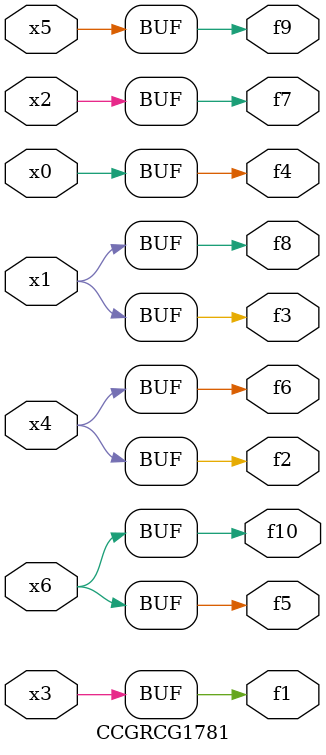
<source format=v>
module CCGRCG1781(
	input x0, x1, x2, x3, x4, x5, x6,
	output f1, f2, f3, f4, f5, f6, f7, f8, f9, f10
);
	assign f1 = x3;
	assign f2 = x4;
	assign f3 = x1;
	assign f4 = x0;
	assign f5 = x6;
	assign f6 = x4;
	assign f7 = x2;
	assign f8 = x1;
	assign f9 = x5;
	assign f10 = x6;
endmodule

</source>
